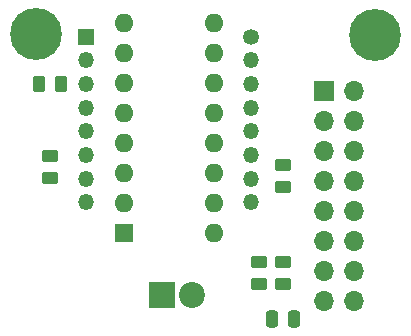
<source format=gbs>
G04 #@! TF.GenerationSoftware,KiCad,Pcbnew,(6.0.10-0)*
G04 #@! TF.CreationDate,2023-01-01T02:05:10-05:00*
G04 #@! TF.ProjectId,8CT-PowerMeter,3843542d-506f-4776-9572-4d657465722e,rev?*
G04 #@! TF.SameCoordinates,Original*
G04 #@! TF.FileFunction,Soldermask,Bot*
G04 #@! TF.FilePolarity,Negative*
%FSLAX46Y46*%
G04 Gerber Fmt 4.6, Leading zero omitted, Abs format (unit mm)*
G04 Created by KiCad (PCBNEW (6.0.10-0)) date 2023-01-01 02:05:10*
%MOMM*%
%LPD*%
G01*
G04 APERTURE LIST*
G04 Aperture macros list*
%AMRoundRect*
0 Rectangle with rounded corners*
0 $1 Rounding radius*
0 $2 $3 $4 $5 $6 $7 $8 $9 X,Y pos of 4 corners*
0 Add a 4 corners polygon primitive as box body*
4,1,4,$2,$3,$4,$5,$6,$7,$8,$9,$2,$3,0*
0 Add four circle primitives for the rounded corners*
1,1,$1+$1,$2,$3*
1,1,$1+$1,$4,$5*
1,1,$1+$1,$6,$7*
1,1,$1+$1,$8,$9*
0 Add four rect primitives between the rounded corners*
20,1,$1+$1,$2,$3,$4,$5,0*
20,1,$1+$1,$4,$5,$6,$7,0*
20,1,$1+$1,$6,$7,$8,$9,0*
20,1,$1+$1,$8,$9,$2,$3,0*%
G04 Aperture macros list end*
%ADD10R,2.200000X2.200000*%
%ADD11C,2.200000*%
%ADD12R,1.350000X1.350000*%
%ADD13O,1.350000X1.350000*%
%ADD14C,1.350000*%
%ADD15C,0.700000*%
%ADD16C,4.400000*%
%ADD17R,1.700000X1.700000*%
%ADD18O,1.700000X1.700000*%
%ADD19RoundRect,0.250000X0.450000X-0.262500X0.450000X0.262500X-0.450000X0.262500X-0.450000X-0.262500X0*%
%ADD20RoundRect,0.250000X0.262500X0.450000X-0.262500X0.450000X-0.262500X-0.450000X0.262500X-0.450000X0*%
%ADD21RoundRect,0.250000X-0.450000X0.262500X-0.450000X-0.262500X0.450000X-0.262500X0.450000X0.262500X0*%
%ADD22R,1.600000X1.600000*%
%ADD23O,1.600000X1.600000*%
%ADD24RoundRect,0.250000X-0.250000X-0.475000X0.250000X-0.475000X0.250000X0.475000X-0.250000X0.475000X0*%
G04 APERTURE END LIST*
D10*
X149474000Y-92672000D03*
D11*
X152014000Y-92672000D03*
D12*
X143045000Y-70780000D03*
D13*
X143045000Y-72780000D03*
X143045000Y-74780000D03*
X143045000Y-76780000D03*
X143045000Y-78780000D03*
X143045000Y-80780000D03*
X143045000Y-82780000D03*
X143045000Y-84780000D03*
X157045000Y-84780000D03*
X157045000Y-82780000D03*
X157045000Y-80780000D03*
X157045000Y-78780000D03*
X157045000Y-76780000D03*
X157045000Y-74780000D03*
X157045000Y-72780000D03*
D14*
X157045000Y-70780000D03*
D15*
X168688926Y-71773726D03*
X169172200Y-70607000D03*
X168688926Y-69440274D03*
X167522200Y-72257000D03*
X166355474Y-71773726D03*
X167522200Y-68957000D03*
X165872200Y-70607000D03*
D16*
X167522200Y-70607000D03*
D15*
X166355474Y-69440274D03*
D17*
X163212000Y-75400000D03*
D18*
X165752000Y-75400000D03*
X163212000Y-77940000D03*
X165752000Y-77940000D03*
X163212000Y-80480000D03*
X165752000Y-80480000D03*
X163212000Y-83020000D03*
X165752000Y-83020000D03*
X163212000Y-85560000D03*
X165752000Y-85560000D03*
X163212000Y-88100000D03*
X165752000Y-88100000D03*
X163212000Y-90640000D03*
X165752000Y-90640000D03*
X163212000Y-93180000D03*
X165752000Y-93180000D03*
D15*
X139966726Y-71666726D03*
X140450000Y-70500000D03*
X137633274Y-71666726D03*
X139966726Y-69333274D03*
X137150000Y-70500000D03*
X138800000Y-72150000D03*
X137633274Y-69333274D03*
X138800000Y-68850000D03*
D16*
X138800000Y-70500000D03*
D19*
X159718000Y-83487500D03*
X159718000Y-81662500D03*
X140000000Y-82712500D03*
X140000000Y-80887500D03*
D20*
X140912500Y-74800000D03*
X139087500Y-74800000D03*
D19*
X157686000Y-91703000D03*
X157686000Y-89878000D03*
D21*
X159718000Y-89878000D03*
X159718000Y-91703000D03*
D22*
X146250000Y-87375000D03*
D23*
X146250000Y-84835000D03*
X146250000Y-82295000D03*
X146250000Y-79755000D03*
X146250000Y-77215000D03*
X146250000Y-74675000D03*
X146250000Y-72135000D03*
X146250000Y-69595000D03*
X153870000Y-69595000D03*
X153870000Y-72135000D03*
X153870000Y-74675000D03*
X153870000Y-77215000D03*
X153870000Y-79755000D03*
X153870000Y-82295000D03*
X153870000Y-84835000D03*
X153870000Y-87375000D03*
D24*
X158768000Y-94704000D03*
X160668000Y-94704000D03*
M02*

</source>
